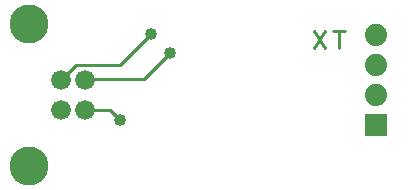
<source format=gbl>
G75*
G70*
%OFA0B0*%
%FSLAX24Y24*%
%IPPOS*%
%LPD*%
%AMOC8*
5,1,8,0,0,1.08239X$1,22.5*
%
%ADD10C,0.0110*%
%ADD11C,0.0660*%
%ADD12C,0.1300*%
%ADD13R,0.0740X0.0740*%
%ADD14C,0.0740*%
%ADD15C,0.0100*%
%ADD16C,0.0400*%
D10*
X013479Y006787D02*
X013873Y007377D01*
X014124Y007377D02*
X014517Y007377D01*
X014320Y007377D02*
X014320Y006787D01*
X013873Y006787D02*
X013479Y007377D01*
D11*
X005852Y005724D03*
X005072Y005724D03*
X005072Y004740D03*
X005852Y004740D03*
D12*
X004002Y002862D03*
X004002Y007602D03*
D13*
G36*
X015202Y004601D02*
X015941Y004602D01*
X015942Y003863D01*
X015203Y003862D01*
X015202Y004601D01*
G37*
D14*
X015571Y005232D03*
X015569Y006232D03*
X015567Y007232D03*
D15*
X008692Y006632D02*
X007812Y005752D01*
X005892Y005752D01*
X005852Y005724D01*
X005572Y006232D02*
X005092Y005752D01*
X005072Y005724D01*
X005572Y006232D02*
X007012Y006232D01*
X008052Y007272D01*
X006692Y004712D02*
X005892Y004712D01*
X005852Y004740D01*
X006692Y004712D02*
X007012Y004392D01*
D16*
X007012Y004392D03*
X008692Y006632D03*
X008052Y007272D03*
M02*

</source>
